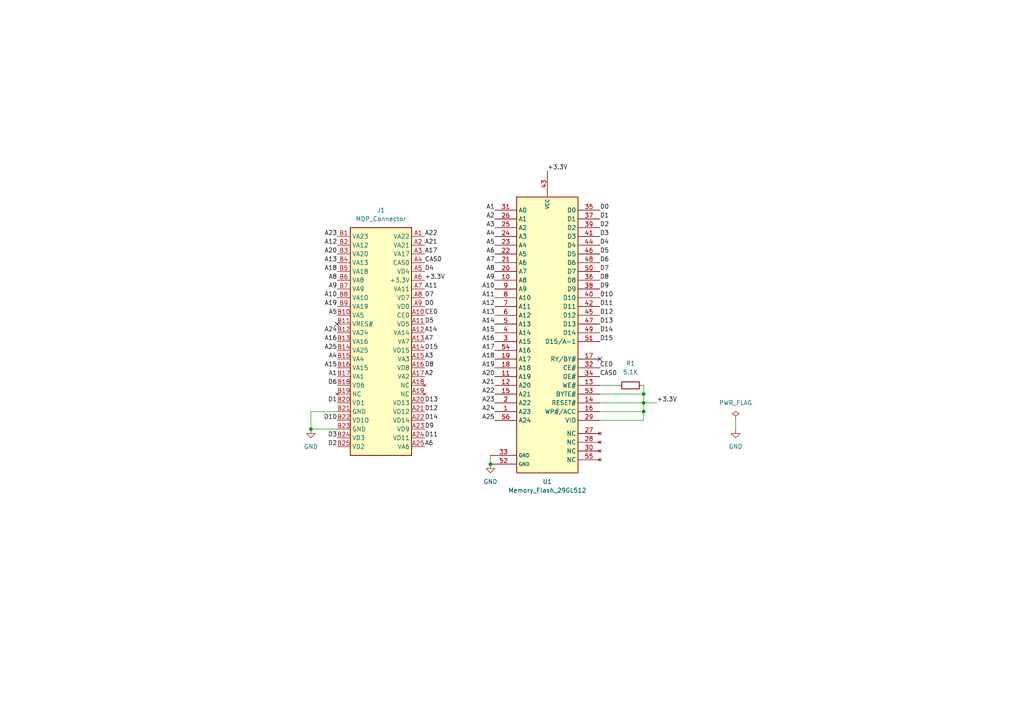
<source format=kicad_sch>
(kicad_sch (version 20250114) (generator "eeschema") (generator_version "9.0")
  (paper "A4")
  (title_block (title "MDP Cart") (comment 2 "JRBVZ"))
  (lib_symbols
    (symbol "Device:R" (pin_numbers (hide yes)) (pin_names (offset 0))
      (property "Reference" "R" (at 2.032 0 90))
      (property "Value" "R" (at 0 0 90))
      (symbol "R_0_1"
        (rectangle (start -1.016 -2.54) (end 1.016 2.54) (stroke (width 0.254)))
      )
      (symbol "R_1_1"
        (pin passive line (at 0 3.81 270) (length 1.27) (name "~") (number "1"))
        (pin passive line (at 0 -3.81 90) (length 1.27) (name "~") (number "2"))
      )
    )
    (symbol "SEGAv2:MDP_Connector"
      (property "Reference" "J" (at -8.89 34.29 0))
      (property "Value" "MDP_Connector" (at 8.89 34.29 0))
      (symbol "MDP_Connector_0_1"
        (rectangle (start -8.89 33.02) (end 8.89 -33.02) (stroke (width 0.254)) (fill (type background)))
      )
      (symbol "MDP_Connector_1_1"
        (pin passive line (at -12.7 30.48 0) (length 3.81) (name "VA23") (number "B1"))
        (pin passive line (at -12.7 27.94 0) (length 3.81) (name "VA12") (number "B2"))
        (pin passive line (at -12.7 25.4 0) (length 3.81) (name "VA20") (number "B3"))
        (pin passive line (at -12.7 22.86 0) (length 3.81) (name "VA13") (number "B4"))
        (pin passive line (at -12.7 20.32 0) (length 3.81) (name "VA18") (number "B5"))
        (pin passive line (at -12.7 17.78 0) (length 3.81) (name "VA8") (number "B6"))
        (pin passive line (at -12.7 15.24 0) (length 3.81) (name "VA9") (number "B7"))
        (pin passive line (at -12.7 12.7 0) (length 3.81) (name "VA10") (number "B8"))
        (pin passive line (at -12.7 10.16 0) (length 3.81) (name "VA19") (number "B9"))
        (pin passive line (at -12.7 7.62 0) (length 3.81) (name "VA5") (number "B10"))
        (pin passive line (at -12.7 5.08 0) (length 3.81) (name "VRES#") (number "B11"))
        (pin passive line (at -12.7 2.54 0) (length 3.81) (name "VA24") (number "B12"))
        (pin passive line (at -12.7 0 0) (length 3.81) (name "VA16") (number "B13"))
        (pin passive line (at -12.7 -2.54 0) (length 3.81) (name "VA25") (number "B14"))
        (pin passive line (at -12.7 -5.08 0) (length 3.81) (name "VA4") (number "B15"))
        (pin passive line (at -12.7 -7.62 0) (length 3.81) (name "VA15") (number "B16"))
        (pin passive line (at -12.7 -10.16 0) (length 3.81) (name "VA1") (number "B17"))
        (pin passive line (at -12.7 -12.7 0) (length 3.81) (name "VD6") (number "B18"))
        (pin no_connect line (at -12.7 -15.24 0) (length 3.81) (name "NC") (number "B19"))
        (pin passive line (at -12.7 -17.78 0) (length 3.81) (name "VD1") (number "B20"))
        (pin passive line (at -12.7 -20.32 0) (length 3.81) (name "GND") (number "B21"))
        (pin passive line (at -12.7 -22.86 0) (length 3.81) (name "VD10") (number "B22"))
        (pin passive line (at -12.7 -25.4 0) (length 3.81) (name "GND") (number "B23"))
        (pin passive line (at -12.7 -27.94 0) (length 3.81) (name "VD3") (number "B24"))
        (pin passive line (at -12.7 -30.48 0) (length 3.81) (name "VD2") (number "B25"))
        (pin passive line (at 12.7 30.48 180) (length 3.81) (name "VA22") (number "A1"))
        (pin passive line (at 12.7 27.94 180) (length 3.81) (name "VA21") (number "A2"))
        (pin passive line (at 12.7 25.4 180) (length 3.81) (name "VA17") (number "A3"))
        (pin passive line (at 12.7 22.86 180) (length 3.81) (name "CAS0") (number "A4"))
        (pin passive line (at 12.7 20.32 180) (length 3.81) (name "VD4") (number "A5"))
        (pin power_out line (at 12.7 17.78 180) (length 3.81) (name "+3.3V") (number "A6"))
        (pin passive line (at 12.7 15.24 180) (length 3.81) (name "VA11") (number "A7"))
        (pin passive line (at 12.7 12.7 180) (length 3.81) (name "VD7") (number "A8"))
        (pin passive line (at 12.7 10.16 180) (length 3.81) (name "VD0") (number "A9"))
        (pin passive line (at 12.7 7.62 180) (length 3.81) (name "CE0") (number "A10"))
        (pin passive line (at 12.7 5.08 180) (length 3.81) (name "VD5") (number "A11"))
        (pin passive line (at 12.7 2.54 180) (length 3.81) (name "VA14") (number "A12"))
        (pin passive line (at 12.7 0 180) (length 3.81) (name "VA7") (number "A13"))
        (pin passive line (at 12.7 -2.54 180) (length 3.81) (name "VD15") (number "A14"))
        (pin passive line (at 12.7 -5.08 180) (length 3.81) (name "VA3") (number "A15"))
        (pin passive line (at 12.7 -7.62 180) (length 3.81) (name "VD8") (number "A16"))
        (pin passive line (at 12.7 -10.16 180) (length 3.81) (name "VA2") (number "A17"))
        (pin no_connect line (at 12.7 -12.7 180) (length 3.81) (name "NC") (number "A18"))
        (pin no_connect line (at 12.7 -15.24 180) (length 3.81) (name "NC") (number "A19"))
        (pin passive line (at 12.7 -17.78 180) (length 3.81) (name "VD13") (number "A20"))
        (pin passive line (at 12.7 -20.32 180) (length 3.81) (name "VD12") (number "A21"))
        (pin passive line (at 12.7 -22.86 180) (length 3.81) (name "VD14") (number "A22"))
        (pin passive line (at 12.7 -25.4 180) (length 3.81) (name "VD9") (number "A23"))
        (pin passive line (at 12.7 -27.94 180) (length 3.81) (name "VD11") (number "A24"))
        (pin passive line (at 12.7 -30.48 180) (length 3.81) (name "VA6") (number "A25"))
      )
    )
    (symbol "SEGAv2:Memory_Flash_29GL512"
      (property "Reference" "U1" (at 1.8797 33.02 0))
      (property "Value" "Memory_Flash_29GL512" (at 1.8797 30.48 0))
      (symbol "Memory_Flash_29GL512_0_1"
        (rectangle (start -8.89 29.21) (end 8.89 -50.8) (stroke (width 0.254)) (fill (type background)))
      )
      (symbol "Memory_Flash_29GL512_1_1"
        (pin power_in line (at -16.51 -45.72 0) (length 7.62) (name "GND") (number "33"))
        (pin power_in line (at -16.51 -48.26 0) (length 7.62) (name "GND") (number "52"))
        (pin input line (at -15.24 25.4 0) (length 6.35) (name "A0") (number "31"))
        (pin input line (at -15.24 22.86 0) (length 6.35) (name "A1") (number "26"))
        (pin input line (at -15.24 20.32 0) (length 6.35) (name "A2") (number "25"))
        (pin input line (at -15.24 17.78 0) (length 6.35) (name "A3") (number "24"))
        (pin input line (at -15.24 15.24 0) (length 6.35) (name "A4") (number "23"))
        (pin input line (at -15.24 12.7 0) (length 6.35) (name "A5") (number "22"))
        (pin input line (at -15.24 10.16 0) (length 6.35) (name "A6") (number "21"))
        (pin input line (at -15.24 7.62 0) (length 6.35) (name "A7") (number "20"))
        (pin input line (at -15.24 5.08 0) (length 6.35) (name "A8") (number "10"))
        (pin input line (at -15.24 2.54 0) (length 6.35) (name "A9") (number "9"))
        (pin input line (at -15.24 0 0) (length 6.35) (name "A10") (number "8"))
        (pin input line (at -15.24 -2.54 0) (length 6.35) (name "A11") (number "7"))
        (pin input line (at -15.24 -5.08 0) (length 6.35) (name "A12") (number "6"))
        (pin input line (at -15.24 -7.62 0) (length 6.35) (name "A13") (number "5"))
        (pin input line (at -15.24 -10.16 0) (length 6.35) (name "A14") (number "4"))
        (pin input line (at -15.24 -12.7 0) (length 6.35) (name "A15") (number "3"))
        (pin input line (at -15.24 -15.24 0) (length 6.35) (name "A16") (number "54"))
        (pin input line (at -15.24 -17.78 0) (length 6.35) (name "A17") (number "19"))
        (pin input line (at -15.24 -20.32 0) (length 6.35) (name "A18") (number "18"))
        (pin input line (at -15.24 -22.86 0) (length 6.35) (name "A19") (number "11"))
        (pin input line (at -15.24 -25.4 0) (length 6.35) (name "A20") (number "12"))
        (pin input line (at -15.24 -27.94 0) (length 6.35) (name "A21") (number "15"))
        (pin input line (at -15.24 -30.48 0) (length 6.35) (name "A22") (number "2"))
        (pin input line (at -15.24 -33.02 0) (length 6.35) (name "A23") (number "1"))
        (pin input line (at -15.24 -35.56 0) (length 6.35) (name "A24") (number "56"))
        (pin power_in line (at 0 36.83 270) (length 7.62) (name "VCC") (number "43"))
        (pin bidirectional line (at 15.24 25.4 180) (length 6.35) (name "D0") (number "35"))
        (pin bidirectional line (at 15.24 22.86 180) (length 6.35) (name "D1") (number "37"))
        (pin bidirectional line (at 15.24 20.32 180) (length 6.35) (name "D2") (number "39"))
        (pin bidirectional line (at 15.24 17.78 180) (length 6.35) (name "D3") (number "41"))
        (pin bidirectional line (at 15.24 15.24 180) (length 6.35) (name "D4") (number "44"))
        (pin bidirectional line (at 15.24 12.7 180) (length 6.35) (name "D5") (number "46"))
        (pin bidirectional line (at 15.24 10.16 180) (length 6.35) (name "D6") (number "48"))
        (pin bidirectional line (at 15.24 7.62 180) (length 6.35) (name "D7") (number "50"))
        (pin bidirectional line (at 15.24 5.08 180) (length 6.35) (name "D8") (number "36"))
        (pin bidirectional line (at 15.24 2.54 180) (length 6.35) (name "D9") (number "38"))
        (pin bidirectional line (at 15.24 0 180) (length 6.35) (name "D10") (number "40"))
        (pin bidirectional line (at 15.24 -2.54 180) (length 6.35) (name "D11") (number "42"))
        (pin bidirectional line (at 15.24 -5.08 180) (length 6.35) (name "D12") (number "45"))
        (pin bidirectional line (at 15.24 -7.62 180) (length 6.35) (name "D13") (number "47"))
        (pin bidirectional line (at 15.24 -10.16 180) (length 6.35) (name "D14") (number "49"))
        (pin bidirectional line (at 15.24 -12.7 180) (length 6.35) (name "D15/A-1") (number "51"))
        (pin input line (at 15.24 -17.78 180) (length 6.35) (name "RY/BY#") (number "17"))
        (pin input line (at 15.24 -20.32 180) (length 6.35) (name "CE#") (number "32"))
        (pin input line (at 15.24 -22.86 180) (length 6.35) (name "OE#") (number "34"))
        (pin input line (at 15.24 -25.4 180) (length 6.35) (name "WE#") (number "13"))
        (pin input line (at 15.24 -27.94 180) (length 6.35) (name "BYTE#") (number "53"))
        (pin input line (at 15.24 -30.48 180) (length 6.35) (name "RESET#") (number "14"))
        (pin input line (at 15.24 -33.02 180) (length 6.35) (name "WP#/ACC") (number "16"))
        (pin input line (at 15.24 -35.56 180) (length 6.35) (name "VIO") (number "29"))
        (pin no_connect line (at 15.24 -39.37 180) (length 6.35) (name "NC") (number "27"))
        (pin no_connect line (at 15.24 -41.91 180) (length 6.35) (name "NC") (number "28"))
        (pin no_connect line (at 15.24 -44.45 180) (length 6.35) (name "NC") (number "30"))
        (pin no_connect line (at 15.24 -46.99 180) (length 6.35) (name "NC") (number "55"))
      )
    )
    (symbol "power:GND" (power) (pin_numbers (hide yes)) (pin_names (offset 0) (hide yes))
      (property "Value" "GND" (at 0 -3.81 0))
      (symbol "GND_0_1"
        (polyline (pts (xy 0 0) (xy 0 -1.27) (xy 1.27 -1.27) (xy 0 -2.54) (xy -1.27 -1.27) (xy 0 -1.27)))
      )
      (symbol "GND_1_1"
        (pin power_in line (at 0 0 270) (length 0) (name "~") (number "1"))
      )
    )
    (symbol "power:PWR_FLAG" (power) (pin_numbers (hide yes)) (pin_names (offset 0) (hide yes))
      (property "Value" "PWR_FLAG" (at 0 3.81 0))
      (symbol "PWR_FLAG_0_0"
        (pin power_out line (at 0 0 90) (length 0) (name "~") (number "1"))
      )
      (symbol "PWR_FLAG_0_1"
        (polyline (pts (xy 0 0) (xy 0 1.27) (xy -1.016 1.905) (xy 0 2.54) (xy 1.016 1.905) (xy 0 1.27)))
      )
    )
  )
  (junction (at 90.17 124.46))
  (junction (at 186.69 119.38))
  (junction (at 142.24 134.62))
  (junction (at 186.69 114.3))
  (junction (at 186.69 116.84))
  (no_connect (at 97.79 93.98))
  (no_connect (at 173.99 104.14))
  (wire (pts (xy 173.99 114.3) (xy 186.69 114.3)))
  (wire (pts (xy 173.99 119.38) (xy 186.69 119.38)))
  (wire (pts (xy 90.17 124.46) (xy 97.79 124.46)))
  (wire (pts (xy 90.17 119.38) (xy 90.17 124.46)))
  (wire (pts (xy 97.79 119.38) (xy 90.17 119.38)))
  (wire (pts (xy 173.99 116.84) (xy 186.69 116.84)))
  (wire (pts (xy 186.69 116.84) (xy 190.5 116.84)))
  (wire (pts (xy 142.24 132.08) (xy 142.24 134.62)))
  (wire (pts (xy 186.69 116.84) (xy 186.69 119.38)))
  (wire (pts (xy 173.99 111.76) (xy 179.07 111.76)))
  (wire (pts (xy 173.99 121.92) (xy 186.69 121.92)))
  (wire (pts (xy 186.69 121.92) (xy 186.69 119.38)))
  (wire (pts (xy 186.69 111.76) (xy 186.69 114.3)))
  (wire (pts (xy 186.69 114.3) (xy 186.69 116.84)))
  (wire (pts (xy 213.36 121.92) (xy 213.36 124.46)))
  (label "D7" (at 123.19 86.36 0))
  (label "A5" (at 143.51 71.12 180))
  (label "D9" (at 123.19 124.46 0))
  (label "D9" (at 173.99 83.82 0))
  (label "A16" (at 97.79 99.06 180))
  (label "D5" (at 123.19 93.98 0))
  (label "A18" (at 143.51 104.14 180))
  (label "A16" (at 143.51 99.06 180))
  (label "A20" (at 97.79 73.66 180))
  (label "A3" (at 123.19 104.14 0))
  (label "D15" (at 173.99 99.06 0))
  (label "D6" (at 173.99 76.2 0))
  (label "D4" (at 123.19 78.74 0))
  (label "D2" (at 97.79 129.54 180))
  (label "D12" (at 173.99 91.44 0))
  (label "CAS0" (at 123.19 76.2 0))
  (label "D10" (at 173.99 86.36 0))
  (label "A10" (at 97.79 86.36 180))
  (label "A4" (at 97.79 104.14 180))
  (label "CAS0" (at 173.99 109.22 0))
  (label "A24" (at 143.51 119.38 180))
  (label "A7" (at 143.51 76.2 180))
  (label "A10" (at 143.51 83.82 180))
  (label "A7" (at 123.19 99.06 0))
  (label "D12" (at 123.19 119.38 0))
  (label "D1" (at 173.99 63.5 0))
  (label "A20" (at 143.51 109.22 180))
  (label "A18" (at 97.79 78.74 180))
  (label "A13" (at 97.79 76.2 180))
  (label "D8" (at 123.19 106.68 0))
  (label "A3" (at 143.51 66.04 180))
  (label "+3.3V" (at 123.19 81.28 0))
  (label "A22" (at 143.51 114.3 180))
  (label "A12" (at 143.51 88.9 180))
  (label "A13" (at 143.51 91.44 180))
  (label "D8" (at 173.99 81.28 0))
  (label "A14" (at 123.19 96.52 0))
  (label "D10" (at 97.79 121.92 180))
  (label "A5" (at 97.79 91.44 180))
  (label "CE0" (at 173.99 106.68 0))
  (label "A24" (at 97.79 96.52 180))
  (label "A8" (at 143.51 78.74 180))
  (label "A23" (at 97.79 68.58 180))
  (label "A1" (at 143.51 60.96 180))
  (label "A19" (at 97.79 88.9 180))
  (label "D11" (at 123.19 127 0))
  (label "A12" (at 97.79 71.12 180))
  (label "A11" (at 143.51 86.36 180))
  (label "A15" (at 97.79 106.68 180))
  (label "D0" (at 123.19 88.9 0))
  (label "A19" (at 143.51 106.68 180))
  (label "A21" (at 143.51 111.76 180))
  (label "D6" (at 97.79 111.76 180))
  (label "A4" (at 143.51 68.58 180))
  (label "CE0" (at 123.19 91.44 0))
  (label "A8" (at 97.79 81.28 180))
  (label "D3" (at 97.79 127 180))
  (label "D13" (at 173.99 93.98 0))
  (label "A25" (at 97.79 101.6 180))
  (label "A21" (at 123.19 71.12 0))
  (label "A9" (at 97.79 83.82 180))
  (label "D1" (at 97.79 116.84 180))
  (label "D0" (at 173.99 60.96 0))
  (label "A15" (at 143.51 96.52 180))
  (label "D7" (at 173.99 78.74 0))
  (label "A1" (at 97.79 109.22 180))
  (label "D14" (at 173.99 96.52 0))
  (label "+3.3V" (at 190.5 116.84 0))
  (label "A22" (at 123.19 68.58 0))
  (label "+3.3V" (at 158.75 49.53 0))
  (label "A17" (at 143.51 101.6 180))
  (label "A9" (at 143.51 81.28 180))
  (label "D3" (at 173.99 68.58 0))
  (label "D14" (at 123.19 121.92 0))
  (label "A6" (at 123.19 129.54 0))
  (label "A14" (at 143.51 93.98 180))
  (label "A6" (at 143.51 73.66 180))
  (label "A23" (at 143.51 116.84 180))
  (label "A11" (at 123.19 83.82 0))
  (label "A25" (at 143.51 121.92 180))
  (label "D15" (at 123.19 101.6 0))
  (label "A2" (at 123.19 109.22 0))
  (label "D4" (at 173.99 71.12 0))
  (label "D5" (at 173.99 73.66 0))
  (label "A17" (at 123.19 73.66 0))
  (label "D13" (at 123.19 116.84 0))
  (label "D11" (at 173.99 88.9 0))
  (label "D2" (at 173.99 66.04 0))
  (label "A2" (at 143.51 63.5 180))
  (symbol (lib_id "power:GND") (at 142.24 134.62 0) (unit 1)
    (property "Reference" "#PWR02" (effects (hide yes)))
    (property "Value" "GND" (at 142.24 139.7 0))
    (property "Description" "Power symbol creates a global label with name \"GND\" , ground" (effects (hide yes)))
  )
  (symbol (lib_id "power:PWR_FLAG") (at 213.36 121.92 0) (unit 1)
    (property "Reference" "#FLG01" (effects (hide yes)))
    (property "Value" "PWR_FLAG" (at 213.36 116.84 0))
    (property "Description" "Special symbol for telling ERC where power comes from" (effects (hide yes)))
  )
  (symbol (lib_id "power:GND") (at 90.17 124.46 0) (unit 1)
    (property "Reference" "#PWR01" (effects (hide yes)))
    (property "Value" "GND" (at 90.17 129.54 0))
    (property "Description" "Power symbol creates a global label with name \"GND\" , ground" (effects (hide yes)))
  )
  (symbol (lib_id "SEGAv2:MDP_Connector") (at 110.49 99.06 0) (unit 1)
    (property "Reference" "J1" (at 110.49 60.96 0))
    (property "Value" "MDP_Connector" (at 110.49 63.5 0))
    (property "Footprint" "SEGA_lib:MDP_Connector" (effects (hide yes)))
    (property "Description" "SEGA MDP Connector" (effects (hide yes)))
  )
  (symbol (lib_id "Device:R") (at 182.88 111.76 90) (unit 1)
    (property "Reference" "R1" (at 182.88 105.41 90))
    (property "Value" "5.1K" (at 182.88 107.95 90))
    (property "Footprint" "Resistor_SMD:R_0603_1608Metric_Pad0.98x0.95mm_HandSolder" (effects (hide yes)))
    (property "Description" "Resistor" (effects (hide yes)))
  )
  (symbol (lib_id "power:GND") (at 213.36 124.46 0) (unit 1)
    (property "Reference" "#PWR04" (effects (hide yes)))
    (property "Value" "GND" (at 213.36 129.54 0))
    (property "Description" "Power symbol creates a global label with name \"GND\" , ground" (effects (hide yes)))
  )
  (symbol (lib_id "SEGAv2:Memory_Flash_29GL512") (at 158.75 86.36 0) (unit 1)
    (property "Reference" "U1" (at 158.75 139.7 0))
    (property "Value" "Memory_Flash_29GL512" (at 158.75 142.24 0))
    (property "Footprint" "Package_SO:TSOP-I-56_18.4x14mm_P0.5mm" (effects (hide yes)))
  )
)
</source>
